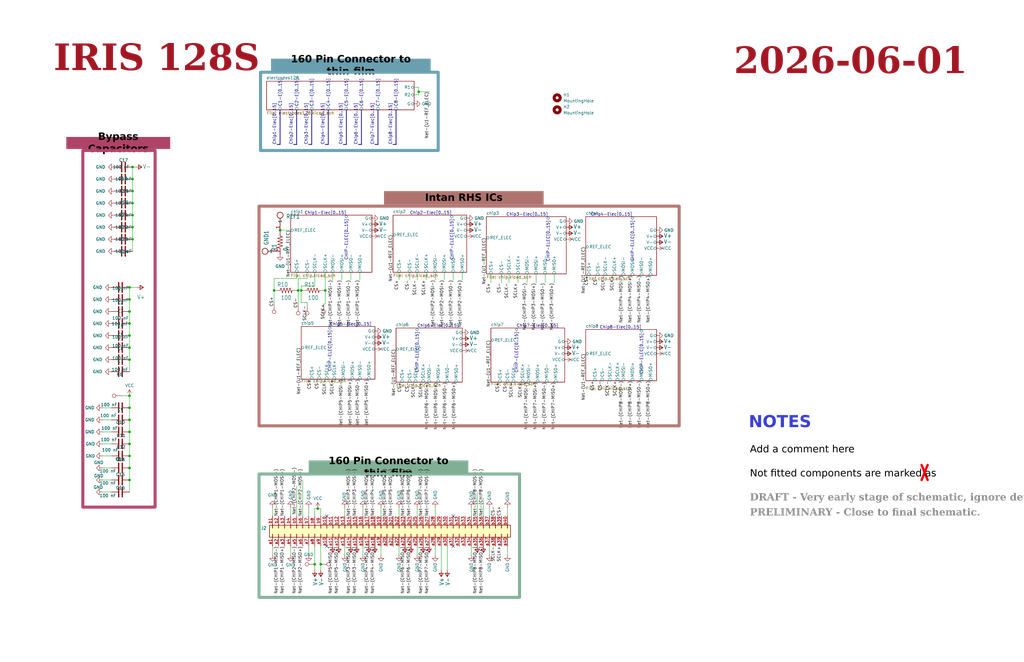
<source format=kicad_sch>
(kicad_sch (version 20250114) (generator "eeschema") (generator_version "9.0")
  (paper "USLedger")
  (rectangle (start 109.22 200.025) (end 219.075 252.095) (stroke (width 1.27) (color 128 175 149 1)))
  (rectangle (start 109.22 86.995) (end 286.385 179.705) (stroke (width 1.27) (color 175 115 111 1)))
  (rectangle (start 34.925 63.5) (end 65.405 213.995) (stroke (width 1.27) (color 175 67 103 1)))
  (rectangle (start 109.855 30.48) (end 184.785 63.5) (stroke (width 1.27) (color 105 159 175 1)))
  (text "IRIS 128S" (at 22.606 34.544 0) (effects (font (size 11 11) (thickness 1) (bold yes)) (justify left bottom)))
  (text "Add a comment here" (at 316.23 192.405 0) (effects (font (size 3 3)) (justify left bottom)))
  (text "${CURRENT_DATE}" (at 407.924 35.814 0) (effects (font (size 11 11) (thickness 1) (bold yes)) (justify right bottom)))
  (text "Not fitted components are marked as" (at 316.23 202.565 0) (effects (font (size 3 3)) (justify left bottom)))
  (text "NOTES" (at 315.722 182.626 0) (effects (font (size 5 5) (bold yes)) (justify left bottom)))
  (text "DRAFT - Very early stage of schematic, ignore details." (at 316.23 212.725 0) (effects (font (size 3 3) (thickness 0.6) (bold yes)) (justify left bottom)))
  (text "PRELIMINARY - Close to final schematic." (at 316.23 219.075 0) (effects (font (size 3 3) (thickness 0.6) (bold yes)) (justify left bottom)))
  (text_box "Intan RHS ICs" (at 161.925 80.645 0) (size 67.31 5.715) (margins 2.2859 2.2859 2.2859 2.2859) (stroke (width -0.0001)) (fill (type color) (color 175 115 111 1)) (effects (font (size 3.048 3.048) (bold yes))))
  (text_box "160 Pin Connector to thin-film\n\n" (at 130.175 194.31 0) (size 67.31 5.715) (margins 2.2859 2.2859 2.2859 2.2859) (stroke (width -0.0001)) (fill (type color) (color 128 175 149 1)) (effects (font (size 3.048 3.048) (bold yes))))
  (text_box "160 Pin Connector to thin-film\n\n" (at 114.3 24.765 0) (size 67.31 5.715) (margins 2.2859 2.2859 2.2859 2.2859) (stroke (width -0.0001)) (fill (type color) (color 105 159 175 1)) (effects (font (size 3.048 3.048) (bold yes))))
  (text_box "Bypass Capacitors\n\n" (at 27.94 57.785 0) (size 43.815 5.08) (margins 2.2859 2.2859 2.2859 2.2859) (stroke (width -0.0001)) (fill (type color) (color 175 67 103 1)) (effects (font (size 3.048 3.048) (bold yes))))
  (junction (at 132.715 238.125))
  (junction (at 55.88 85.725))
  (junction (at 54.61 131.445))
  (junction (at 118.11 97.155))
  (junction (at 54.61 141.605))
  (junction (at 176.53 38.735))
  (junction (at 55.88 95.885))
  (junction (at 127 122.555))
  (junction (at 54.61 136.525))
  (junction (at 54.61 177.165))
  (junction (at 133.985 214.63))
  (junction (at 54.61 182.245))
  (junction (at 115.57 122.555))
  (junction (at 135.255 238.125))
  (junction (at 54.61 192.405))
  (junction (at 137.16 122.555))
  (junction (at 54.61 167.005))
  (junction (at 54.61 172.085))
  (junction (at 55.88 75.565))
  (junction (at 54.61 197.485))
  (junction (at 55.88 70.485))
  (junction (at 54.61 146.685))
  (junction (at 55.88 80.645))
  (junction (at 54.61 202.565))
  (junction (at 54.61 126.365))
  (junction (at 54.61 187.325))
  (junction (at 55.88 100.965))
  (junction (at 125.73 122.555))
  (junction (at 54.61 151.765))
  (junction (at 55.88 90.805))
  (junction (at 54.61 121.285))
  (no_connect (at 191.135 230.505))
  (no_connect (at 191.135 217.805))
  (no_connect (at 137.795 217.805))
  (no_connect (at 137.795 230.505))
  (wire (pts (xy 125.095 114.935) (xy 125.095 117.475)))
  (wire (pts (xy 129.54 127.635) (xy 127 127.635)))
  (wire (pts (xy 176.53 40.005) (xy 174.625 40.005)))
  (wire (pts (xy 206.375 234.315) (xy 206.375 230.505)))
  (bus (pts (xy 123.825 60.96) (xy 125.095 60.96)))
  (wire (pts (xy 127.635 202.565) (xy 127.635 217.805)))
  (wire (pts (xy 122.555 213.995) (xy 122.555 217.805)))
  (wire (pts (xy 168.275 234.315) (xy 168.275 230.505)))
  (wire (pts (xy 55.88 85.725) (xy 55.88 90.805)))
  (wire (pts (xy 43.18 202.565) (xy 46.99 202.565)))
  (wire (pts (xy 54.61 131.445) (xy 54.61 126.365)))
  (wire (pts (xy 118.11 97.155) (xy 122.555 97.155)))
  (wire (pts (xy 183.515 213.995) (xy 183.515 217.805)))
  (wire (pts (xy 145.415 234.315) (xy 145.415 230.505)))
  (wire (pts (xy 183.515 114.935) (xy 183.515 118.11)))
  (wire (pts (xy 43.18 177.165) (xy 46.99 177.165)))
  (bus (pts (xy 146.05 46.355) (xy 146.05 60.96)))
  (wire (pts (xy 54.61 202.565) (xy 54.61 207.645)))
  (wire (pts (xy 186.055 230.505) (xy 186.055 240.665)))
  (wire (pts (xy 226.06 115.57) (xy 226.06 119.38)))
  (wire (pts (xy 57.15 70.485) (xy 55.88 70.485)))
  (wire (pts (xy 55.88 70.485) (xy 55.88 75.565)))
  (wire (pts (xy 125.73 122.555) (xy 125.73 117.475)))
  (wire (pts (xy 172.72 114.935) (xy 172.72 118.11)))
  (wire (pts (xy 188.595 230.505) (xy 188.595 240.665)))
  (wire (pts (xy 130.175 213.995) (xy 130.175 217.805)))
  (wire (pts (xy 132.715 217.805) (xy 132.715 214.63)))
  (wire (pts (xy 132.715 120.65) (xy 132.715 114.935)))
  (wire (pts (xy 135.255 217.805) (xy 135.255 214.63)))
  (wire (pts (xy 168.275 213.995) (xy 168.275 217.805)))
  (wire (pts (xy 54.61 121.285) (xy 57.785 121.285)))
  (wire (pts (xy 168.275 114.935) (xy 168.275 118.11)))
  (polyline (pts (xy 388.62 196.215) (xy 391.16 202.565)) (stroke (width 1) (color 255 0 0 1)))
  (wire (pts (xy 43.18 172.085) (xy 46.99 172.085)))
  (wire (pts (xy 114.935 213.995) (xy 114.935 217.805)))
  (wire (pts (xy 175.895 213.995) (xy 175.895 217.805)))
  (wire (pts (xy 55.88 80.645) (xy 55.88 85.725)))
  (wire (pts (xy 175.895 234.315) (xy 175.895 230.505)))
  (bus (pts (xy 152.4 60.96) (xy 152.4 46.355)))
  (wire (pts (xy 129.54 127.635) (xy 129.54 128.905)))
  (bus (pts (xy 118.11 60.96) (xy 118.11 46.355)))
  (wire (pts (xy 198.755 234.315) (xy 198.755 230.505)))
  (wire (pts (xy 125.73 122.555) (xy 125.73 128.905)))
  (wire (pts (xy 115.57 122.555) (xy 115.57 128.27)))
  (wire (pts (xy 55.88 106.045) (xy 55.88 100.965)))
  (bus (pts (xy 159.385 46.355) (xy 159.385 60.96)))
  (wire (pts (xy 132.715 230.505) (xy 132.715 238.125)))
  (bus (pts (xy 144.78 60.96) (xy 146.05 60.96)))
  (wire (pts (xy 54.61 146.685) (xy 54.61 141.605)))
  (bus (pts (xy 138.43 46.355) (xy 138.43 60.96)))
  (wire (pts (xy 214.63 115.57) (xy 214.63 119.38)))
  (wire (pts (xy 54.61 141.605) (xy 54.61 136.525)))
  (wire (pts (xy 54.61 151.765) (xy 54.61 146.685)))
  (wire (pts (xy 54.61 121.285) (xy 54.61 126.365)))
  (wire (pts (xy 54.61 156.845) (xy 54.61 151.765)))
  (wire (pts (xy 125.095 205.105) (xy 125.095 217.805)))
  (wire (pts (xy 140.335 114.935) (xy 140.335 118.11)))
  (wire (pts (xy 54.61 167.005) (xy 54.61 172.085)))
  (wire (pts (xy 222.25 115.57) (xy 222.25 119.38)))
  (wire (pts (xy 54.61 192.405) (xy 54.61 197.485)))
  (wire (pts (xy 54.61 197.485) (xy 54.61 202.565)))
  (wire (pts (xy 144.145 114.935) (xy 144.145 118.11)))
  (wire (pts (xy 114.935 234.315) (xy 114.935 230.505)))
  (wire (pts (xy 55.88 100.965) (xy 55.88 95.885)))
  (polyline (pts (xy 391.16 196.215) (xy 388.62 202.565)) (stroke (width 1) (color 255 0 0 1)))
  (wire (pts (xy 191.135 114.935) (xy 191.135 118.11)))
  (wire (pts (xy 160.655 213.995) (xy 160.655 217.805)))
  (wire (pts (xy 43.18 197.485) (xy 46.99 197.485)))
  (wire (pts (xy 175.895 114.935) (xy 175.895 118.11)))
  (wire (pts (xy 211.455 115.57) (xy 211.455 119.38)))
  (wire (pts (xy 218.44 115.57) (xy 218.44 119.38)))
  (wire (pts (xy 54.61 172.085) (xy 54.61 177.165)))
  (wire (pts (xy 206.375 213.995) (xy 206.375 217.805)))
  (wire (pts (xy 176.53 38.735) (xy 180.975 38.735)))
  (bus (pts (xy 158.115 60.96) (xy 159.385 60.96)))
  (wire (pts (xy 130.175 234.315) (xy 130.175 230.505)))
  (bus (pts (xy 167.005 60.96) (xy 167.005 46.355)))
  (wire (pts (xy 135.255 230.505) (xy 135.255 238.125)))
  (wire (pts (xy 115.57 117.475) (xy 115.57 122.555)))
  (wire (pts (xy 125.73 117.475) (xy 129.54 117.475)))
  (wire (pts (xy 54.61 136.525) (xy 54.61 131.445)))
  (wire (pts (xy 183.515 234.315) (xy 183.515 230.505)))
  (wire (pts (xy 233.68 115.57) (xy 233.68 119.38)))
  (wire (pts (xy 151.765 114.935) (xy 151.765 118.11)))
  (wire (pts (xy 213.995 234.315) (xy 213.995 230.505)))
  (wire (pts (xy 176.53 38.735) (xy 176.53 40.005)))
  (wire (pts (xy 127 122.555) (xy 127 120.65)))
  (wire (pts (xy 179.705 114.935) (xy 179.705 118.11)))
  (wire (pts (xy 153.035 213.995) (xy 153.035 217.805)))
  (wire (pts (xy 133.985 214.63) (xy 132.715 214.63)))
  (wire (pts (xy 213.995 213.995) (xy 213.995 217.805)))
  (wire (pts (xy 137.16 122.555) (xy 137.16 128.27)))
  (wire (pts (xy 51.435 167.005) (xy 54.61 167.005)))
  (wire (pts (xy 125.095 117.475) (xy 115.57 117.475)))
  (wire (pts (xy 145.415 213.995) (xy 145.415 217.805)))
  (wire (pts (xy 132.715 240.665) (xy 132.715 238.125)))
  (wire (pts (xy 176.53 36.83) (xy 176.53 38.735)))
  (wire (pts (xy 55.88 95.885) (xy 55.88 90.805)))
  (wire (pts (xy 207.01 115.57) (xy 207.01 119.38)))
  (wire (pts (xy 153.035 234.315) (xy 153.035 230.505)))
  (wire (pts (xy 135.255 238.125) (xy 135.255 240.665)))
  (wire (pts (xy 198.755 213.995) (xy 198.755 217.805)))
  (wire (pts (xy 203.835 210.185) (xy 203.835 217.805)))
  (bus (pts (xy 131.445 46.355) (xy 131.445 60.96)))
  (wire (pts (xy 43.18 182.245) (xy 46.99 182.245)))
  (wire (pts (xy 201.295 217.805) (xy 201.295 207.645)))
  (wire (pts (xy 54.61 182.245) (xy 54.61 187.325)))
  (bus (pts (xy 130.175 60.96) (xy 131.445 60.96)))
  (wire (pts (xy 122.555 234.315) (xy 122.555 230.505)))
  (wire (pts (xy 127 120.65) (xy 132.715 120.65)))
  (wire (pts (xy 174.625 36.83) (xy 176.53 36.83)))
  (wire (pts (xy 147.955 114.935) (xy 147.955 118.11)))
  (wire (pts (xy 135.255 214.63) (xy 133.985 214.63)))
  (wire (pts (xy 55.88 75.565) (xy 55.88 80.645)))
  (bus (pts (xy 125.095 60.96) (xy 125.095 46.355)))
  (bus (pts (xy 116.84 60.96) (xy 118.11 60.96)))
  (wire (pts (xy 137.16 114.935) (xy 137.16 122.555)))
  (wire (pts (xy 137.16 128.27) (xy 136.525 128.27)))
  (wire (pts (xy 160.655 234.315) (xy 160.655 230.505)))
  (wire (pts (xy 229.87 115.57) (xy 229.87 119.38)))
  (bus (pts (xy 165.735 60.96) (xy 167.005 60.96)))
  (wire (pts (xy 43.18 192.405) (xy 46.99 192.405)))
  (bus (pts (xy 151.13 60.96) (xy 152.4 60.96)))
  (wire (pts (xy 129.54 117.475) (xy 129.54 114.935)))
  (bus (pts (xy 137.16 60.96) (xy 138.43 60.96)))
  (wire (pts (xy 43.18 207.645) (xy 46.99 207.645)))
  (wire (pts (xy 43.18 187.325) (xy 46.99 187.325)))
  (wire (pts (xy 127 127.635) (xy 127 122.555)))
  (wire (pts (xy 194.945 114.935) (xy 194.945 118.11)))
  (wire (pts (xy 54.61 187.325) (xy 54.61 192.405)))
  (wire (pts (xy 54.61 177.165) (xy 54.61 182.245)))
  (wire (pts (xy 187.325 114.935) (xy 187.325 118.11)))
  (label "Chip7-Elec[0..15]" (at 217.805 138.43 0))
  (label "Net-(CHIP3-MOSI+)" (at 150.495 217.805 90))
  (label "Chip7-Elec[0..15]" (at 158.115 60.96 90))
  (label "SCLK-" (at 129.54 128.905 270))
  (label "Chip2-Elec[0..15]" (at 190.5 90.805 180))
  (label "Net-(CHIP7-MOSI-)" (at 178.435 217.805 90))
  (label "Net-(CHIP8-MISO-)" (at 201.295 230.505 270))
  (label "CS+" (at 207.01 119.38 270))
  (label "SCLK-" (at 208.915 230.505 270))
  (label "Net-(CHIP8-MOSI-)" (at 262.89 160.655 270))
  (label "Net-(CHIP4-MISO+)" (at 274.32 116.205 270))
  (label "Net-(CHIP7-MOSI+)" (at 180.975 217.805 90))
  (label "Net-(CHIP7-MISO+)" (at 180.975 230.505 270))
  (label "CS+" (at 210.82 161.29 270))
  (label "Chip6-Elec[0..15]" (at 151.13 60.96 90))
  (label "Net-(CHIP1-MISO-)" (at 117.475 230.505 270))
  (label "CS+" (at 250.825 160.655 270))
  (label "Net-(CHIP2-MOSI+)" (at 187.325 118.11 270))
  (label "Net-(U1-REF_ELEC)" (at 247.015 149.225 270))
  (label "Net-(U1-REF_ELEC)" (at 247.015 104.14 270))
  (label "CS+" (at 131.445 160.02 270))
  (label "Net-(CHIP5-MISO+)" (at 155.575 160.02 270))
  (label "Net-(CHIP7-MISO-)" (at 178.435 230.505 270))
  (label "Net-(CHIP1-MOSI-)" (at 117.475 217.805 90))
  (label "Net-(CHIP6-MISO+)" (at 173.355 230.505 270))
  (label "Net-(CHIP1-MISO+)" (at 151.765 118.11 270))
  (label "Net-(CHIP1-MISO+)" (at 120.015 230.505 270))
  (label "CS-" (at 254 160.655 270))
  (label "Net-(CHIP7-MOSI+)" (at 226.695 161.29 270))
  (label "Net-(CHIP7-MISO+)" (at 234.315 161.29 270))
  (label "SCLK+" (at 260.35 160.655 270))
  (label "Net-(CHIP3-MISO+)" (at 150.495 230.505 270))
  (label "Net-(U1-REF_ELEC)" (at 207.01 143.51 270))
  (label "Net-(CHIP6-MISO-)" (at 188.595 161.29 270))
  (label "Net-(CHIP4-MISO-)" (at 155.575 230.505 270))
  (label "Chip1-Elec[0..15]" (at 116.84 60.96 90))
  (label "Net-(CHIP4-MISO+)" (at 158.115 230.505 270))
  (label "CS-" (at 125.73 125.73 270))
  (label "Net-(CHIP4-MOSI+)" (at 158.115 217.805 90))
  (label "Net-(CHIP2-MOSI-)" (at 125.095 217.17 90))
  (label "SCLK+" (at 220.345 161.29 270))
  (label "Chip4-Elec[0..15]" (at 266.7 91.44 180))
  (label "Net-(CHIP2-MOSI-)" (at 183.515 118.11 270))
  (label "Net-(CHIP4-MOSI-)" (at 155.575 217.805 90))
  (label "Net-(CHIP8-MISO-)" (at 270.51 160.655 270))
  (label "SCLK+" (at 179.705 118.11 270))
  (label "Net-(CHIP8-MOSI-)" (at 201.295 217.805 90))
  (label "SCLK-" (at 175.895 118.11 270))
  (label "Net-(CHIP3-MOSI-)" (at 147.955 217.805 90))
  (label "Net-(U1-REF_ELEC)" (at 127 146.685 270))
  (label "Chip5-Elec[0..15]" (at 144.78 60.96 90))
  (label "Net-(CHIP2-MISO+)" (at 127.635 230.505 270))
  (label "Net-(CHIP2-MISO-)" (at 125.095 230.505 270))
  (label "CS+" (at 168.275 118.11 270))
  (label "Net-(CHIP6-MOSI+)" (at 184.785 161.29 270))
  (label "Net-(CHIP4-MOSI-)" (at 262.89 116.205 270))
  (label "SCLK-" (at 137.795 160.02 270))
  (label "SCLK+" (at 140.97 160.02 270))
  (label "Chip2-Elec[0..15]" (at 123.825 60.96 90))
  (label "Net-(CHIP6-MOSI-)" (at 180.975 161.29 270))
  (label "Chip5-Elec[0..15]" (at 139.065 137.795 0))
  (label "CS-" (at 213.995 161.29 270))
  (label "CS-" (at 211.455 119.38 270))
  (label "Net-(CHIP1-MOSI-)" (at 140.335 118.11 270))
  (label "Net-(CHIP5-MISO-)" (at 151.765 160.02 270))
  (label "SCLK+" (at 259.08 116.205 270))
  (label "CS-" (at 172.72 118.11 270))
  (label "Net-(CHIP6-MISO+)" (at 192.405 161.29 270))
  (label "Net-(CHIP8-MISO+)" (at 274.32 160.655 270))
  (label "Net-(CHIP5-MOSI+)" (at 148.59 160.02 270))
  (label "Net-(CHIP1-MOSI+)" (at 144.145 118.11 270))
  (label "Net-(CHIP8-MISO+)" (at 203.835 230.505 270))
  (label "Net-(U1-REF_ELEC)" (at 165.735 99.06 270))
  (label "Net-(CHIP3-MISO+)" (at 233.68 119.38 270))
  (label "Net-(CHIP7-MOSI-)" (at 222.885 161.29 270))
  (label "SCLK-" (at 216.535 161.29 270))
  (label "Net-(CHIP5-MISO-)" (at 140.335 230.505 270))
  (label "CS-" (at 252.095 116.205 270))
  (label "Chip3-Elec[0..15]" (at 130.175 60.96 90))
  (label "Chip6-Elec[0..15]" (at 175.895 138.43 0))
  (label "CS+" (at 169.545 161.29 270))
  (label "Chip1-Elec[0..15]" (at 146.05 90.805 180))
  (label "Net-(CHIP2-MISO+)" (at 194.945 118.11 270))
  (label "SCLK-" (at 255.27 116.205 270))
  (label "CS-" (at 134.62 160.02 270))
  (label "Net-(CHIP4-MISO-)" (at 270.51 116.205 270))
  (label "Net-(CHIP5-MISO+)" (at 142.875 230.505 270))
  (label "Net-(CHIP3-MISO-)" (at 229.87 119.38 270))
  (label "SCLK-" (at 175.26 161.29 270))
  (label "CS+" (at 211.455 217.805 90))
  (label "CS-" (at 208.915 217.805 90))
  (label "Net-(CHIP7-MISO-)" (at 230.505 161.29 270))
  (label "CS+" (at 115.57 125.095 270))
  (label "Net-(CHIP2-MOSI+)" (at 127.635 217.805 90))
  (label "SCLK-" (at 257.175 160.655 270))
  (label "Net-(U1-REF_ELEC)" (at 180.975 38.735 270))
  (label "Net-(CHIP4-MOSI+)" (at 266.7 116.205 270))
  (label "Net-(CHIP1-MOSI+)" (at 120.015 217.805 90))
  (label "Chip4-Elec[0..15]" (at 137.16 60.96 90))
  (label "SCLK+" (at 137.16 128.27 270))
  (label "Net-(CHIP5-MOSI-)" (at 144.78 160.02 270))
  (label "Net-(CHIP1-MISO-)" (at 147.955 118.11 270))
  (label "Net-(CHIP2-MISO-)" (at 191.135 118.11 270))
  (label "SCLK+" (at 178.435 161.29 270))
  (label "Net-(CHIP8-MOSI+)" (at 266.7 160.655 270))
  (label "Net-(CHIP3-MOSI-)" (at 222.25 119.38 270))
  (label "Net-(CHIP6-MOSI+)" (at 173.355 217.805 90))
  (label "Net-(CHIP3-MISO-)" (at 147.955 230.505 270))
  (label "Net-(CHIP5-MOSI+)" (at 165.735 217.805 90))
  (label "SCLK-" (at 214.63 119.38 270))
  (label "Net-(U1-REF_ELEC)" (at 167.005 147.32 270))
  (label "SCLK+" (at 218.44 119.38 270))
  (label "Chip8-Elec[0..15]" (at 270.51 139.065 180))
  (label "CS-" (at 172.72 161.29 270))
  (label "Chip8-Elec[0..15]" (at 165.735 60.96 90))
  (label "Net-(CHIP6-MISO-)" (at 170.815 230.505 270))
  (label "Net-(U1-REF_ELEC)" (at 122.555 97.155 270))
  (label "CS+" (at 248.285 116.205 270))
  (label "Net-(U1-REF_ELEC)" (at 205.105 100.33 270))
  (label "SCLK+" (at 211.455 230.505 270))
  (label "Net-(CHIP3-MOSI+)" (at 226.06 119.38 270))
  (label "Chip3-Elec[0..15]" (at 231.14 91.44 180))
  (label "Net-(CHIP5-MOSI-)" (at 163.195 217.805 90))
  (label "Net-(CHIP8-MOSI+)" (at 203.835 217.805 90))
  (label "Net-(CHIP6-MOSI-)" (at 170.815 217.805 90))
  (symbol (lib_id "power:VCC") (at 238.76 100.965 270) (unit 1)
    (property "Reference" "#PWR064" (effects (hide yes)))
    (property "Value" "VCC" (at 243.078 100.965 90))
    (property "Description" "Power symbol creates a global label with name \"VCC\"" (effects (hide yes)))
  )
  (symbol (lib_id "power:GND") (at 46.99 131.445 270) (unit 1)
    (property "Reference" "#PWR011" (effects (hide yes)))
    (property "Value" "GND" (at 43.18 131.4451 90) (effects (justify right)))
    (property "Description" "Power symbol creates a global label with name \"GND\" , ground" (effects (hide yes)))
  )
  (symbol (lib_id "Device:C") (at 50.8 136.525 270) (unit 1)
    (property "Reference" "C4" (at 50.8 137.414 90))
    (property "Value" "100 nF" (at 50.546 136.652 90))
    (property "Footprint" "Capacitor_SMD:C_0201_0603Metric" (effects (hide yes)))
    (property "Description" "Unpolarized capacitor" (effects (hide yes)))
  )
  (symbol (lib_id "power:GND") (at 158.115 139.7 90) (unit 1)
    (property "Reference" "#PWR040" (effects (hide yes)))
    (property "Value" "GND" (at 161.29 139.7 90) (effects (justify right)))
    (property "Description" "Power symbol creates a global label with name \"GND\" , ground" (effects (hide yes)))
  )
  (symbol (lib_id "Connector:TestPoint") (at 51.435 167.005 90) (unit 1)
    (property "Reference" "VIN1" (effects (hide yes)))
    (property "Value" "VCC" (effects (hide yes)))
    (property "Footprint" "TestPoint:TestPoint_Pad_1.0x1.0mm" (effects (hide yes)))
    (property "Description" "test point" (effects (hide yes)))
  )
  (symbol (lib_id "Device:C") (at 52.07 106.045 270) (unit 1)
    (property "Reference" "C24" (at 52.324 106.299 90))
    (property "Value" "100 nF" (at 51.054 70.485 90))
    (property "Footprint" "Capacitor_SMD:C_0201_0603Metric" (effects (hide yes)))
    (property "Description" "Unpolarized capacitor" (effects (hide yes)))
  )
  (symbol (lib_id "Device:C") (at 52.07 100.965 270) (unit 1)
    (property "Reference" "C23" (at 52.07 100.965 90))
    (property "Value" "100 nF" (at 52.07 106.045 90))
    (property "Footprint" "Capacitor_SMD:C_0201_0603Metric" (effects (hide yes)))
    (property "Description" "Unpolarized capacitor" (effects (hide yes)))
  )
  (symbol (lib_id "Connector:TestPoint") (at 125.73 128.905 180) (unit 1)
    (property "Reference" "CS-1" (effects (hide yes)))
    (property "Value" "TestPoint" (effects (hide yes)))
    (property "Footprint" "TestPoint:TestPoint_Pad_1.0x1.0mm" (effects (hide yes)))
    (property "Description" "test point" (effects (hide yes)))
  )
  (symbol (lib_id "Connector:TestPoint") (at 129.54 128.905 180) (unit 1)
    (property "Reference" "CLK-1" (effects (hide yes)))
    (property "Value" "TestPoint" (effects (hide yes)))
    (property "Footprint" "TestPoint:TestPoint_Pad_1.0x1.0mm" (effects (hide yes)))
    (property "Description" "test point" (effects (hide yes)))
  )
  (symbol (lib_id "power:GND") (at 153.035 213.995 180) (unit 1)
    (property "Reference" "#PWR036" (effects (hide yes)))
    (property "Value" "GND" (at 153.035 208.915 90))
    (property "Description" "Power symbol creates a global label with name \"GND\" , ground" (effects (hide yes)))
  )
  (symbol (lib_id "power:GND") (at 48.26 100.965 270) (unit 1)
    (property "Reference" "#PWR023" (effects (hide yes)))
    (property "Value" "GND" (at 44.45 100.9651 90) (effects (justify right)))
    (property "Description" "Power symbol creates a global label with name \"GND\" , ground" (effects (hide yes)))
  )
  (symbol (lib_id "power:GND") (at 183.515 234.315 0) (unit 1)
    (property "Reference" "#PWR050" (effects (hide yes)))
    (property "Value" "GND" (at 183.515 239.395 90))
    (property "Description" "Power symbol creates a global label with name \"GND\" , ground" (effects (hide yes)))
  )
  (symbol (lib_id "stim_headstage_16_PCB-eagle-import:V-") (at 158.115 233.045 0) (unit 1)
    (property "Reference" "#P-010" (effects (hide yes)))
    (property "Value" "CHIP4-MISO+" (effects (hide yes)))
  )
  (symbol (lib_id "power:GND") (at 118.11 107.315 0) (unit 1)
    (property "Reference" "#PWR028" (effects (hide yes)))
    (property "Value" "GND" (at 118.11 112.395 0))
    (property "Description" "Power symbol creates a global label with name \"GND\" , ground" (effects (hide yes)))
  )
  (symbol (lib_id "power:GND") (at 46.99 136.525 270) (unit 1)
    (property "Reference" "#PWR012" (effects (hide yes)))
    (property "Value" "GND" (at 43.18 136.5251 90) (effects (justify right)))
    (property "Description" "Power symbol creates a global label with name \"GND\" , ground" (effects (hide yes)))
  )
  (symbol (lib_id "power:GND") (at 122.555 234.315 0) (unit 1)
    (property "Reference" "#PWR030" (effects (hide yes)))
    (property "Value" "GND" (at 122.555 238.379 0))
    (property "Description" "Power symbol creates a global label with name \"GND\" , ground" (effects (hide yes)))
  )
  (symbol (lib_id "stim_headstage_16_PCB-eagle-import:V-") (at 197.485 142.875 90) (unit 1)
    (property "Reference" "#P-021" (effects (hide yes)))
    (property "Value" "V+" (at 197.993 143.637 90) (effects (font (size 1.778 1.5113)) (justify right top)))
  )
  (symbol (lib_id "stim_headstage_16_PCB-eagle-import:V-") (at 180.975 233.045 0) (unit 1)
    (property "Reference" "#P-018" (effects (hide yes)))
    (property "Value" "CHIP7-MISO+" (effects (hide yes)))
  )
  (symbol (lib_id "Connector:TestPoint") (at 136.525 128.27 180) (unit 1)
    (property "Reference" "CLK+1" (effects (hide yes)))
    (property "Value" "TestPoint" (effects (hide yes)))
    (property "Footprint" "TestPoint:TestPoint_Pad_1.0x1.0mm" (effects (hide yes)))
    (property "Description" "test point" (effects (hide yes)))
  )
  (symbol (lib_id "power:GND") (at 198.755 234.315 0) (unit 1)
    (property "Reference" "#PWR056" (effects (hide yes)))
    (property "Value" "GND" (at 198.755 239.395 90))
    (property "Description" "Power symbol creates a global label with name \"GND\" , ground" (effects (hide yes)))
  )
  (symbol (lib_id "symbol-lib:molex_nanopitch") (at 163.195 225.425 90) (unit 1)
    (property "Reference" "J2" (at 112.395 222.8849 90) (effects (justify left)))
    (property "Value" "Conn_02x40_Row_Letter_First" (effects (hide yes)))
    (property "Footprint" "Molex_NanoPitch:molex" (effects (hide yes)))
    (property "Description" "Generic connector, double row, 02x40, row letter first pin numbering scheme (pin number consists of a letter for the row and a number for the pin index in this row. a1, ..., aN; b1, ..., bN), script generated (kicad-library-utils/schlib/autogen/connector/)" (effects (hide yes)))
  )
  (symbol (lib_id "Device:C") (at 50.8 141.605 270) (unit 1)
    (property "Reference" "C5" (at 50.8 141.224 90))
    (property "Value" "100 nF" (at 50.8 145.923 90))
    (property "Footprint" "Capacitor_SMD:C_0201_0603Metric" (effects (hide yes)))
    (property "Description" "Unpolarized capacitor" (effects (hide yes)))
  )
  (symbol (lib_id "stim_headstage_16_PCB-eagle-import:V-") (at 60.325 121.285 90) (unit 1)
    (property "Reference" "#P-02" (effects (hide yes)))
    (property "Value" "V+" (at 57.785 126.365 90) (effects (font (size 1.778 1.5113)) (justify right top)))
  )
  (symbol (lib_id "Mechanical:MountingHole") (at 234.95 46.355 0) (unit 1) (exclude_from_sim yes) (in_bom no)
    (property "Reference" "H2" (at 237.49 45.0849 0) (effects (justify left)))
    (property "Value" "MountingHole" (at 237.49 47.6249 0) (effects (justify left)))
    (property "Footprint" "MountingHole:MountingHole_2.2mm_M2_DIN965_Pad" (effects (hide yes)))
    (property "Description" "Mounting Hole without connection" (effects (hide yes)))
  )
  (symbol (lib_id "power:VCC") (at 54.61 167.005 0) (unit 1)
    (property "Reference" "#PWR025" (effects (hide yes)))
    (property "Value" "VCC" (at 54.61 162.687 0))
    (property "Description" "Power symbol creates a global label with name \"VCC\"" (effects (hide yes)))
  )
  (symbol (lib_id "Device:C") (at 52.07 85.725 270) (unit 1)
    (property "Reference" "C20" (at 52.324 85.471 90))
    (property "Value" "100 nF" (at 52.07 90.805 90))
    (property "Footprint" "Capacitor_SMD:C_0201_0603Metric" (effects (hide yes)))
    (property "Description" "Unpolarized capacitor" (effects (hide yes)))
  )
  (symbol (lib_id "power:GND") (at 175.895 213.995 180) (unit 1)
    (property "Reference" "#PWR047" (effects (hide yes)))
    (property "Value" "GND" (at 175.895 208.915 90))
    (property "Description" "Power symbol creates a global label with name \"GND\" , ground" (effects (hide yes)))
  )
  (symbol (lib_id "stim_headstage_16_PCB-eagle-import:V-") (at 159.385 97.155 90) (unit 1)
    (property "Reference" "#P-012" (effects (hide yes)))
    (property "Value" "V-" (at 159.893 97.917 90) (effects (font (size 1.778 1.5113)) (justify right top)))
  )
  (symbol (lib_id "stim_headstage_16_PCB-eagle-import:V-") (at 279.4 102.235 90) (unit 1)
    (property "Reference" "#P-032" (effects (hide yes)))
    (property "Value" "V-" (at 279.908 102.997 90) (effects (font (size 1.778 1.5113)) (justify right top)))
  )
  (symbol (lib_id "Device:C") (at 50.8 187.325 270) (unit 1)
    (property "Reference" "C12" (at 51.054 188.595 90))
    (property "Value" "100 nF" (at 45.974 185.547 90))
    (property "Footprint" "Capacitor_SMD:C_0201_0603Metric" (effects (hide yes)))
    (property "Description" "Unpolarized capacitor" (effects (hide yes)))
  )
  (symbol (lib_id "power:GND") (at 46.99 151.765 270) (unit 1)
    (property "Reference" "#PWR015" (effects (hide yes)))
    (property "Value" "GND" (at 43.18 151.7651 90) (effects (justify right)))
    (property "Description" "Power symbol creates a global label with name \"GND\" , ground" (effects (hide yes)))
  )
  (symbol (lib_id "stim_headstage_16_PCB-eagle-import:V-") (at 279.4 99.695 90) (unit 1)
    (property "Reference" "#P-031" (effects (hide yes)))
    (property "Value" "V+" (at 279.908 100.457 90) (effects (font (size 1.778 1.5113)) (justify right top)))
  )
  (symbol (lib_id "power:GND") (at 48.26 85.725 270) (unit 1)
    (property "Reference" "#PWR020" (effects (hide yes)))
    (property "Value" "GND" (at 44.45 85.7251 90) (effects (justify right)))
    (property "Description" "Power symbol creates a global label with name \"GND\" , ground" (effects (hide yes)))
  )
  (symbol (lib_id "power:GND") (at 160.655 234.315 0) (unit 1)
    (property "Reference" "#PWR043" (effects (hide yes)))
    (property "Value" "GND" (at 160.655 239.395 90))
    (property "Description" "Power symbol creates a global label with name \"GND\" , ground" (effects (hide yes)))
  )
  (symbol (lib_id "stim_headstage_16_PCB-eagle-import:V-") (at 279.4 144.145 90) (unit 1)
    (property "Reference" "#P-033" (effects (hide yes)))
    (property "Value" "V+" (at 279.908 144.907 90) (effects (font (size 1.778 1.5113)) (justify right top)))
  )
  (symbol (lib_id "power:GND") (at 48.26 95.885 270) (unit 1)
    (property "Reference" "#PWR022" (effects (hide yes)))
    (property "Value" "GND" (at 44.45 95.8851 90) (effects (justify right)))
    (property "Description" "Power symbol creates a global label with name \"GND\" , ground" (effects (hide yes)))
  )
  (symbol (lib_id "stim_headstage_16_PCB-eagle-import:V-") (at 173.355 233.045 0) (unit 1)
    (property "Reference" "#P-016" (effects (hide yes)))
    (property "Value" "CHIP6-MISO+" (effects (hide yes)))
  )
  (symbol (lib_id "power:GND") (at 238.125 144.145 90) (unit 1)
    (property "Reference" "#PWR061" (effects (hide yes)))
    (property "Value" "GND" (at 241.3 144.145 90) (effects (justify right)))
    (property "Description" "Power symbol creates a global label with name \"GND\" , ground" (effects (hide yes)))
  )
  (symbol (lib_id "stim_headstage_16_PCB-eagle-import:TESTPOINT_SMALL") (at 118.11 89.535 0) (unit 1)
    (property "Reference" "REF1" (at 120.65 92.329 0) (effects (font (size 1.778 1.5113)) (justify left bottom)))
    (property "Value" "TESTPOINT_SMALL" (effects (hide yes)))
    (property "Footprint" "TestPoint:TestPoint_THTPad_D1.0mm_Drill0.5mm" (effects (hide yes)))
  )
  (symbol (lib_id "Device:C") (at 50.8 172.085 270) (unit 1)
    (property "Reference" "C9" (at 50.8 172.847 90))
    (property "Value" "100 nF" (at 45.974 170.815 90))
    (property "Footprint" "Capacitor_SMD:C_0201_0603Metric" (effects (hide yes)))
    (property "Description" "Unpolarized capacitor" (effects (hide yes)))
  )
  (symbol (lib_id "stim_headstage_16_PCB-eagle-import:V-") (at 241.3 98.425 90) (unit 1)
    (property "Reference" "#P-030" (effects (hide yes)))
    (property "Value" "V-" (at 241.808 99.187 90) (effects (font (size 1.778 1.5113)) (justify right top)))
  )
  (symbol (lib_id "power:GND") (at 46.99 156.845 270) (unit 1)
    (property "Reference" "#PWR016" (effects (hide yes)))
    (property "Value" "GND" (at 43.18 156.8451 90) (effects (justify right)))
    (property "Description" "Power symbol creates a global label with name \"GND\" , ground" (effects (hide yes)))
  )
  (symbol (lib_id "stim_headstage_16_PCB-eagle-import:V-") (at 140.335 233.045 0) (unit 1)
    (property "Reference" "#P-05" (effects (hide yes)))
    (property "Value" "CHIP5-MISO-" (effects (hide yes)))
  )
  (symbol (lib_id "power:GND") (at 206.375 234.315 0) (unit 1)
    (property "Reference" "#PWR058" (effects (hide yes)))
    (property "Value" "GND" (at 206.375 239.395 90))
    (property "Description" "Power symbol creates a global label with name \"GND\" , ground" (effects (hide yes)))
  )
  (symbol (lib_id "Device:C") (at 50.8 177.165 270) (unit 1)
    (property "Reference" "C10" (at 50.8 178.181 90))
    (property "Value" "100 nF" (at 45.72 175.387 90))
    (property "Footprint" "Capacitor_SMD:C_0201_0603Metric" (effects (hide yes)))
    (property "Description" "Unpolarized capacitor" (effects (hide yes)))
  )
  (symbol (lib_id "power:GND") (at 238.76 93.345 90) (unit 1)
    (property "Reference" "#PWR063" (effects (hide yes)))
    (property "Value" "GND" (at 241.935 93.345 90) (effects (justify right)))
    (property "Description" "Power symbol creates a global label with name \"GND\" , ground" (effects (hide yes)))
  )
  (symbol (lib_id "power:GND") (at 48.26 75.565 270) (unit 1)
    (property "Reference" "#PWR018" (effects (hide yes)))
    (property "Value" "GND" (at 44.45 75.5651 90) (effects (justify right)))
    (property "Description" "Power symbol creates a global label with name \"GND\" , ground" (effects (hide yes)))
  )
  (symbol (lib_id "Device:C") (at 50.8 202.565 270) (mirror x) (unit 1)
    (property "Reference" "C15" (at 50.8 200.279 90))
    (property "Value" "100 nF" (at 45.466 203.835 90))
    (property "Footprint" "Capacitor_SMD:C_0201_0603Metric" (effects (hide yes)))
    (property "Description" "Unpolarized capacitor" (effects (hide yes)))
  )
  (symbol (lib_id "stim_headstage_16_PCB-eagle-import:TESTPOINT_SMALL") (at 110.49 106.045 90) (unit 1)
    (property "Reference" "GND1" (at 113.284 103.505 0) (effects (font (size 1.778 1.5113)) (justify left bottom)))
    (property "Value" "TESTPOINT_SMALL" (effects (hide yes)))
    (property "Footprint" "TestPoint:TestPoint_THTPad_D1.0mm_Drill0.5mm" (effects (hide yes)))
  )
  (symbol (lib_id "power:GND") (at 122.555 213.995 180) (unit 1)
    (property "Reference" "#PWR029" (effects (hide yes)))
    (property "Value" "GND" (at 122.555 208.915 90))
    (property "Description" "Power symbol creates a global label with name \"GND\" , ground" (effects (hide yes)))
  )
  (symbol (lib_id "stim_headstage_16_PCB-eagle-import:V-") (at 155.575 233.045 0) (unit 1)
    (property "Reference" "#P-09" (effects (hide yes)))
    (property "Value" "CHIP4-MISO-" (effects (hide yes)))
  )
  (symbol (lib_id "stim_headstage_16_PCB-eagle-import:V-") (at 142.875 233.045 0) (unit 1)
    (property "Reference" "#P-06" (effects (hide yes)))
    (property "Value" "CHIP5-MISO+" (effects (hide yes)))
  )
  (symbol (lib_id "power:GND") (at 43.18 182.245 270) (unit 1)
    (property "Reference" "#PWR03" (effects (hide yes)))
    (property "Value" "GND" (at 37.846 182.245 90))
    (property "Description" "Power symbol creates a global label with name \"GND\" , ground" (effects (hide yes)))
  )
  (symbol (lib_id "Device:C") (at 52.07 75.565 270) (unit 1)
    (property "Reference" "C18" (at 51.816 75.311 90))
    (property "Value" "100 nF" (at 52.07 80.645 90))
    (property "Footprint" "Capacitor_SMD:C_0201_0603Metric" (effects (hide yes)))
    (property "Description" "Unpolarized capacitor" (effects (hide yes)))
  )
  (symbol (lib_id "power:GND") (at 213.995 213.995 180) (unit 1)
    (property "Reference" "#PWR059" (effects (hide yes)))
    (property "Value" "GND" (at 213.995 209.423 90))
    (property "Description" "Power symbol creates a global label with name \"GND\" , ground" (effects (hide yes)))
  )
  (symbol (lib_id "power:GND") (at 153.035 234.315 0) (unit 1)
    (property "Reference" "#PWR037" (effects (hide yes)))
    (property "Value" "GND" (at 153.035 239.395 90))
    (property "Description" "Power symbol creates a global label with name \"GND\" , ground" (effects (hide yes)))
  )
  (symbol (lib_id "stim_headstage_16_PCB-eagle-import:R_0402") (at 118.11 102.235 90) (unit 1)
    (property "Reference" "R1" (at 116.6114 106.045 0) (effects (font (size 1.778 1.5113)) (justify left bottom)))
    (property "Value" "0" (at 121.412 106.045 0) (effects (font (size 1.778 1.5113)) (justify left bottom)))
    (property "Footprint" "fp-lib:R_0201_0603Metric" (effects (hide yes)))
  )
  (symbol (lib_id "power:VCC") (at 158.115 147.32 270) (unit 1)
    (property "Reference" "#PWR041" (effects (hide yes)))
    (property "Value" "VCC" (at 162.433 147.32 90))
    (property "Description" "Power symbol creates a global label with name \"VCC\"" (effects (hide yes)))
  )
  (symbol (lib_id "stim_headstage_16_PCB-eagle-import:V-") (at 197.485 145.415 90) (unit 1)
    (property "Reference" "#P-022" (effects (hide yes)))
    (property "Value" "V-" (at 197.993 146.177 90) (effects (font (size 1.778 1.5113)) (justify right top)))
  )
  (symbol (lib_id "Device:C") (at 50.8 126.365 270) (unit 1)
    (property "Reference" "C2" (at 50.8 127.762 90))
    (property "Value" "100 nF" (at 50.8 126.619 90))
    (property "Footprint" "Capacitor_SMD:C_0201_0603Metric" (effects (hide yes)))
    (property "Description" "Unpolarized capacitor" (effects (hide yes)))
  )
  (symbol (lib_id "power:GND") (at 43.18 177.165 270) (unit 1)
    (property "Reference" "#PWR02" (effects (hide yes)))
    (property "Value" "GND" (at 37.846 177.165 90))
    (property "Description" "Power symbol creates a global label with name \"GND\" , ground" (effects (hide yes)))
  )
  (symbol (lib_id "power:GND") (at 43.18 197.485 270) (mirror x) (unit 1)
    (property "Reference" "#PWR06" (effects (hide yes)))
    (property "Value" "GND" (at 41.656 195.199 90))
    (property "Description" "Power symbol creates a global label with name \"GND\" , ground" (effects (hide yes)))
  )
  (symbol (lib_id "power:GND") (at 198.755 213.995 180) (unit 1)
    (property "Reference" "#PWR055" (effects (hide yes)))
    (property "Value" "GND" (at 198.755 209.169 90))
    (property "Description" "Power symbol creates a global label with name \"GND\" , ground" (effects (hide yes)))
  )
  (symbol (lib_id "power:VCC") (at 276.86 149.225 270) (unit 1)
    (property "Reference" "#PWR068" (effects (hide yes)))
    (property "Value" "VCC" (at 281.178 149.225 90))
    (property "Description" "Power symbol creates a global label with name \"VCC\"" (effects (hide yes)))
  )
  (symbol (lib_id "Device:C") (at 50.8 197.485 270) (mirror x) (unit 1)
    (property "Reference" "C14" (at 50.546 193.675 90))
    (property "Value" "100 nF" (at 45.466 198.755 90))
    (property "Footprint" "Capacitor_SMD:C_0201_0603Metric" (effects (hide yes)))
    (property "Description" "Unpolarized capacitor" (effects (hide yes)))
  )
  (symbol (lib_id "stim_headstage_16_PCB-eagle-import:V-") (at 59.69 70.485 90) (unit 1)
    (property "Reference" "#P-01" (effects (hide yes)))
    (property "Value" "V-" (at 60.198 71.247 90) (effects (font (size 1.778 1.5113)) (justify right top)))
  )
  (symbol (lib_id "stim_headstage_16_PCB-eagle-import:V-") (at 132.715 243.205 0) (unit 1)
    (property "Reference" "#P-03" (effects (hide yes)))
    (property "Value" "V+" (at 131.953 243.713 90) (effects (font (size 1.778 1.5113)) (justify right top)))
  )
  (symbol (lib_id "power:GND") (at 213.995 234.315 0) (unit 1)
    (property "Reference" "#PWR060" (effects (hide yes)))
    (property "Value" "GND" (at 213.995 239.395 90))
    (property "Description" "Power symbol creates a global label with name \"GND\" , ground" (effects (hide yes)))
  )
  (symbol (lib_id "Connector:TestPoint") (at 115.57 128.27 180) (unit 1)
    (property "Reference" "CS+1" (effects (hide yes)))
    (property "Value" "TestPoint" (effects (hide yes)))
    (property "Footprint" "TestPoint:TestPoint_Pad_1.0x1.0mm" (effects (hide yes)))
    (property "Description" "test point" (effects (hide yes)))
  )
  (symbol (lib_id "power:GND") (at 48.26 106.045 270) (unit 1)
    (property "Reference" "#PWR024" (effects (hide yes)))
    (property "Value" "GND" (at 44.45 106.0451 90) (effects (justify right)))
    (property "Description" "Power symbol creates a global label with name \"GND\" , ground" (effects (hide yes)))
  )
  (symbol (lib_id "stim_headstage_16_PCB-eagle-import:V-") (at 160.655 144.78 90) (unit 1)
    (property "Reference" "#P-014" (effects (hide yes)))
    (property "Value" "V-" (at 161.163 145.542 90) (effects (font (size 1.778 1.5113)) (justify right top)))
  )
  (symbol (lib_id "power:GND") (at 130.175 234.315 0) (unit 1)
    (property "Reference" "#PWR032" (effects (hide yes)))
    (property "Value" "GND" (at 130.175 234.061 0))
    (property "Description" "Power symbol creates a global label with name \"GND\" , ground" (effects (hide yes)))
  )
  (symbol (lib_id "stim_headstage_16_PCB-eagle-import:V-") (at 160.655 142.24 90) (unit 1)
    (property "Reference" "#P-013" (effects (hide yes)))
    (property "Value" "V+" (at 161.163 143.002 90) (effects (font (size 1.778 1.5113)) (justify right top)))
  )
  (symbol (lib_id "power:GND") (at 194.945 140.335 90) (unit 1)
    (property "Reference" "#PWR051" (effects (hide yes)))
    (property "Value" "GND" (at 198.12 140.335 90) (effects (justify right)))
    (property "Description" "Power symbol creates a global label with name \"GND\" , ground" (effects (hide yes)))
  )
  (symbol (lib_id "Connector:TestPoint") (at 132.715 238.125 90) (unit 1)
    (property "Reference" "V+1" (effects (hide yes)))
    (property "Value" "TestPoint" (effects (hide yes)))
    (property "Footprint" "TestPoint:TestPoint_Pad_1.0x1.0mm" (effects (hide yes)))
    (property "Description" "test point" (effects (hide yes)))
  )
  (symbol (lib_id "stim_headstage_16_PCB-eagle-import:V-") (at 201.295 233.045 0) (unit 1)
    (property "Reference" "#P-025" (effects (hide yes)))
    (property "Value" "CHIP8-MISO-" (effects (hide yes)))
  )
  (symbol (lib_id "Device:C") (at 52.07 95.885 270) (unit 1)
    (property "Reference" "C22" (at 52.07 95.885 90))
    (property "Value" "100 nF" (at 52.07 100.965 90))
    (property "Footprint" "Capacitor_SMD:C_0201_0603Metric" (effects (hide yes)))
    (property "Description" "Unpolarized capacitor" (effects (hide yes)))
  )
  (symbol (lib_id "power:GND") (at 43.18 192.405 270) (unit 1)
    (property "Reference" "#PWR05" (effects (hide yes)))
    (property "Value" "GND" (at 38.1 192.405 90))
    (property "Description" "Power symbol creates a global label with name \"GND\" , ground" (effects (hide yes)))
  )
  (symbol (lib_id "power:GND") (at 145.415 234.315 0) (unit 1)
    (property "Reference" "#PWR035" (effects (hide yes)))
    (property "Value" "GND" (at 145.415 239.395 90))
    (property "Description" "Power symbol creates a global label with name \"GND\" , ground" (effects (hide yes)))
  )
  (symbol (lib_id "stim_headstage_16_PCB-eagle-import:V-") (at 159.385 94.615 90) (unit 1)
    (property "Reference" "#P-011" (effects (hide yes)))
    (property "Value" "V+" (at 159.893 95.377 90) (effects (font (size 1.778 1.5113)) (justify right top)))
  )
  (symbol (lib_id "Device:C") (at 50.8 182.245 270) (unit 1)
    (property "Reference" "C11" (at 51.054 183.769 90))
    (property "Value" "100 nF" (at 46.228 180.721 90))
    (property "Footprint" "Capacitor_SMD:C_0201_0603Metric" (effects (hide yes)))
    (property "Description" "Unpolarized capacitor" (effects (hide yes)))
  )
  (symbol (lib_id "power:GND") (at 156.845 92.075 90) (unit 1)
    (property "Reference" "#PWR038" (effects (hide yes)))
    (property "Value" "GND" (at 160.02 92.075 90) (effects (justify right)))
    (property "Description" "Power symbol creates a global label with name \"GND\" , ground" (effects (hide yes)))
  )
  (symbol (lib_id "power:VCC") (at 238.125 151.765 270) (unit 1)
    (property "Reference" "#PWR062" (effects (hide yes)))
    (property "Value" "VCC" (at 242.443 151.765 90))
    (property "Description" "Power symbol creates a global label with name \"VCC\"" (effects (hide yes)))
  )
  (symbol (lib_id "stim_headstage_16_PCB-eagle-import:V-") (at 279.4 146.685 90) (unit 1)
    (property "Reference" "#P-034" (effects (hide yes)))
    (property "Value" "V-" (at 279.908 147.447 90) (effects (font (size 1.778 1.5113)) (justify right top)))
  )
  (symbol (lib_id "power:GND") (at 43.18 187.325 270) (unit 1)
    (property "Reference" "#PWR04" (effects (hide yes)))
    (property "Value" "GND" (at 38.1 187.325 90))
    (property "Description" "Power symbol creates a global label with name \"GND\" , ground" (effects (hide yes)))
  )
  (symbol (lib_id "power:GND") (at 43.18 202.565 270) (mirror x) (unit 1)
    (property "Reference" "#PWR07" (effects (hide yes)))
    (property "Value" "GND" (at 41.656 200.787 90))
    (property "Description" "Power symbol creates a global label with name \"GND\" , ground" (effects (hide yes)))
  )
  (symbol (lib_id "Device:C") (at 50.8 121.285 270) (unit 1)
    (property "Reference" "C1" (at 50.8 121.92 90))
    (property "Value" "100 nF" (at 50.8 121.539 90))
    (property "Footprint" "Capacitor_SMD:C_0201_0603Metric" (effects (hide yes)))
    (property "Description" "Unpolarized capacitor" (effects (hide yes)))
  )
  (symbol (lib_id "power:GND") (at 276.86 141.605 90) (unit 1)
    (property "Reference" "#PWR067" (effects (hide yes)))
    (property "Value" "GND" (at 280.035 141.605 90) (effects (justify right)))
    (property "Description" "Power symbol creates a global label with name \"GND\" , ground" (effects (hide yes)))
  )
  (symbol (lib_id "Device:C") (at 50.8 151.765 270) (unit 1)
    (property "Reference" "C7" (at 50.8 152.4 90))
    (property "Value" "100 nF" (at 50.8 151.13 90))
    (property "Footprint" "Capacitor_SMD:C_0201_0603Metric" (effects (hide yes)))
    (property "Description" "Unpolarized capacitor" (effects (hide yes)))
  )
  (symbol (lib_id "power:GND") (at 46.99 121.285 270) (unit 1)
    (property "Reference" "#PWR09" (effects (hide yes)))
    (property "Value" "GND" (at 43.18 121.2851 90) (effects (justify right)))
    (property "Description" "Power symbol creates a global label with name \"GND\" , ground" (effects (hide yes)))
  )
  (symbol (lib_id "Device:C") (at 50.8 192.405 270) (unit 1)
    (property "Reference" "C13" (at 50.8 193.929 90))
    (property "Value" "100 nF" (at 46.482 189.865 90))
    (property "Footprint" "Capacitor_SMD:C_0201_0603Metric" (effects (hide yes)))
    (property "Description" "Unpolarized capacitor" (effects (hide yes)))
  )
  (symbol (lib_id "power:GND") (at 48.26 80.645 270) (unit 1)
    (property "Reference" "#PWR019" (effects (hide yes)))
    (property "Value" "GND" (at 44.45 80.6451 90) (effects (justify right)))
    (property "Description" "Power symbol creates a global label with name \"GND\" , ground" (effects (hide yes)))
  )
  (symbol (lib_id "power:VCC") (at 276.86 104.775 270) (unit 1)
    (property "Reference" "#PWR066" (effects (hide yes)))
    (property "Value" "VCC" (at 281.178 104.775 90))
    (property "Description" "Power symbol creates a global label with name \"VCC\"" (effects (hide yes)))
  )
  (symbol (lib_id "power:GND") (at 46.99 126.365 270) (unit 1)
    (property "Reference" "#PWR010" (effects (hide yes)))
    (property "Value" "GND" (at 43.18 126.3651 90) (effects (justify right)))
    (property "Description" "Power symbol creates a global label with name \"GND\" , ground" (effects (hide yes)))
  )
  (symbol (lib_id "power:GND") (at 183.515 213.995 180) (unit 1)
    (property "Reference" "#PWR049" (effects (hide yes)))
    (property "Value" "GND" (at 183.515 208.915 90))
    (property "Description" "Power symbol creates a global label with name \"GND\" , ground" (effects (hide yes)))
  )
  (symbol (lib_id "power:GND") (at 168.275 213.995 180) (unit 1)
    (property "Reference" "#PWR044" (effects (hide yes)))
    (property "Value" "GND" (at 168.275 208.915 90))
    (property "Description" "Power symbol creates a global label with name \"GND\" , ground" (effects (hide yes)))
  )
  (symbol (lib_id "stim_headstage_16_PCB-eagle-import:V-") (at 135.255 243.205 0) (unit 1)
    (property "Reference" "#P-04" (effects (hide yes)))
    (property "Value" "V-" (at 134.493 243.713 90) (effects (font (size 1.778 1.5113)) (justify right top)))
  )
  (symbol (lib_id "stim_headstage_16_PCB-eagle-import:V-") (at 188.595 243.205 0) (unit 1)
    (property "Reference" "#P-020" (effects (hide yes)))
    (property "Value" "V-" (at 187.833 243.713 90) (effects (font (size 1.778 1.5113)) (justify right top)))
  )
  (symbol (lib_id "Device:C") (at 52.07 90.805 270) (unit 1)
    (property "Reference" "C21" (at 52.07 90.551 90))
    (property "Value" "100 nF" (at 52.07 95.885 90))
    (property "Footprint" "Capacitor_SMD:C_0201_0603Metric" (effects (hide yes)))
    (property "Description" "Unpolarized capacitor" (effects (hide yes)))
  )
  (symbol (lib_id "power:GND") (at 43.18 207.645 270) (mirror x) (unit 1)
    (property "Reference" "#PWR08" (effects (hide yes)))
    (property "Value" "GND" (at 41.402 205.613 90))
    (property "Description" "Power symbol creates a global label with name \"GND\" , ground" (effects (hide yes)))
  )
  (symbol (lib_id "power:GND") (at 114.935 213.995 180) (unit 1)
    (property "Reference" "#PWR026" (effects (hide yes)))
    (property "Value" "GND" (at 114.935 208.915 0))
    (property "Description" "Power symbol creates a global label with name \"GND\" , ground" (effects (hide yes)))
  )
  (symbol (lib_id "power:GND") (at 168.275 234.315 0) (unit 1)
    (property "Reference" "#PWR045" (effects (hide yes)))
    (property "Value" "GND" (at 168.275 239.395 90))
    (property "Description" "Power symbol creates a global label with name \"GND\" , ground" (effects (hide yes)))
  )
  (symbol (lib_id "stim_headstage_16_PCB-eagle-import:V-") (at 241.3 95.885 90) (unit 1)
    (property "Reference" "#P-029" (effects (hide yes)))
    (property "Value" "V+" (at 241.808 96.647 90) (effects (font (size 1.778 1.5113)) (justify right top)))
  )
  (symbol (lib_id "power:GND") (at 196.85 92.075 90) (unit 1)
    (property "Reference" "#PWR053" (effects (hide yes)))
    (property "Value" "GND" (at 200.025 92.075 90) (effects (justify right)))
    (property "Description" "Power symbol creates a global label with name \"GND\" , ground" (effects (hide yes)))
  )
  (symbol (lib_id "power:GND") (at 276.86 97.155 90) (unit 1)
    (property "Reference" "#PWR065" (effects (hide yes)))
    (property "Value" "GND" (at 280.035 97.155 90) (effects (justify right)))
    (property "Description" "Power symbol creates a global label with name \"GND\" , ground" (effects (hide yes)))
  )
  (symbol (lib_id "stim_headstage_16_PCB-eagle-import:R_0402") (at 120.65 122.555 0) (unit 1)
    (property "Reference" "R10" (at 116.84 121.0564 0) (effects (font (size 1.778 1.5113)) (justify left bottom)))
    (property "Value" "100" (at 118.364 126.619 0) (effects (font (size 1.778 1.5113)) (justify left bottom)))
    (property "Footprint" "Resistor_SMD:R_0201_0603Metric" (effects (hide yes)))
  )
  (symbol (lib_id "Mechanical:MountingHole") (at 234.95 41.275 0) (unit 1) (exclude_from_sim yes) (in_bom no)
    (property "Reference" "H1" (at 237.49 40.0049 0) (effects (justify left)))
    (property "Value" "MountingHole" (at 237.49 42.5449 0) (effects (justify left)))
    (property "Footprint" "MountingHole:MountingHole_2.2mm_M2_DIN965_Pad" (effects (hide yes)))
    (property "Description" "Mounting Hole without connection" (effects (hide yes)))
  )
  (symbol (lib_id "Device:C") (at 50.8 131.445 270) (unit 1)
    (property "Reference" "C3" (at 50.8 131.318 90))
    (property "Value" "100 nF" (at 50.8 134.239 90))
    (property "Footprint" "Capacitor_SMD:C_0201_0603Metric" (effects (hide yes)))
    (property "Description" "Unpolarized capacitor" (effects (hide yes)))
  )
  (symbol (lib_id "Device:C") (at 52.07 70.485 270) (unit 1)
    (property "Reference" "C17" (at 52.07 67.564 90))
    (property "Value" "100 nF" (at 52.07 75.565 90))
    (property "Footprint" "Capacitor_SMD:C_0201_0603Metric" (effects (hide yes)))
    (property "Description" "Unpolarized capacitor" (effects (hide yes)))
  )
  (symbol (lib_id "stim_headstage_16_PCB-eagle-import:V-") (at 199.39 94.615 90) (unit 1)
    (property "Reference" "#P-023" (effects (hide yes)))
    (property "Value" "V+" (at 199.898 95.377 90) (effects (font (size 1.778 1.5113)) (justify right top)))
  )
  (symbol (lib_id "power:GND") (at 46.99 141.605 270) (unit 1)
    (property "Reference" "#PWR013" (effects (hide yes)))
    (property "Value" "GND" (at 43.18 141.6051 90) (effects (justify right)))
    (property "Description" "Power symbol creates a global label with name \"GND\" , ground" (effects (hide yes)))
  )
  (symbol (lib_id "power:GND") (at 160.655 213.995 180) (unit 1)
    (property "Reference" "#PWR042" (effects (hide yes)))
    (property "Value" "GND" (at 160.655 208.915 90))
    (property "Description" "Power symbol creates a global label with name \"GND\" , ground" (effects (hide yes)))
  )
  (symbol (lib_id "power:VCC") (at 196.85 99.695 270) (unit 1)
    (property "Reference" "#PWR054" (effects (hide yes)))
    (property "Value" "VCC" (at 201.168 99.695 90))
    (property "Description" "Power symbol creates a global label with name \"VCC\"" (effects (hide yes)))
  )
  (symbol (lib_id "Device:C") (at 50.8 156.845 270) (unit 1)
    (property "Reference" "C8" (at 50.546 157.988 90))
    (property "Value" "100 nF" (at 50.546 155.956 90))
    (property "Footprint" "Capacitor_SMD:C_0201_0603Metric" (effects (hide yes)))
    (property "Description" "Unpolarized capacitor" (effects (hide yes)))
  )
  (symbol (lib_id "stim_headstage_16_PCB-eagle-import:V-") (at 170.815 233.045 0) (unit 1)
    (property "Reference" "#P-015" (effects (hide yes)))
    (property "Value" "CHIP6-MISO-" (effects (hide yes)))
  )
  (symbol (lib_id "power:GND") (at 174.625 43.815 90) (unit 1)
    (property "Reference" "#PWR046" (effects (hide yes)))
    (property "Value" "GND" (at 177.8 43.815 90) (effects (justify right)))
    (property "Description" "Power symbol creates a global label with name \"GND\" , ground" (effects (hide yes)))
  )
  (symbol (lib_id "Device:C") (at 50.8 207.645 270) (mirror x) (unit 1)
    (property "Reference" "C16" (at 50.8 205.867 90))
    (property "Value" "100 nF" (at 45.466 209.169 90))
    (property "Footprint" "Capacitor_SMD:C_0201_0603Metric" (effects (hide yes)))
    (property "Description" "Unpolarized capacitor" (effects (hide yes)))
  )
  (symbol (lib_id "Device:C") (at 52.07 80.645 270) (unit 1)
    (property "Reference" "C19" (at 52.324 80.645 90))
    (property "Value" "100 nF" (at 52.07 85.725 90))
    (property "Footprint" "Capacitor_SMD:C_0201_0603Metric" (effects (hide yes)))
    (property "Description" "Unpolarized capacitor" (effects (hide yes)))
  )
  (symbol (lib_id "power:GND") (at 114.935 234.315 0) (unit 1)
    (property "Reference" "#PWR027" (effects (hide yes)))
    (property "Value" "GND" (at 114.935 238.379 0))
    (property "Description" "Power symbol creates a global label with name \"GND\" , ground" (effects (hide yes)))
  )
  (symbol (lib_id "power:GND") (at 43.18 172.085 270) (unit 1)
    (property "Reference" "#PWR01" (effects (hide yes)))
    (property "Value" "GND" (at 37.846 172.085 90))
    (property "Description" "Power symbol creates a global label with name \"GND\" , ground" (effects (hide yes)))
  )
  (symbol (lib_id "Device:C") (at 50.8 146.685 270) (unit 1)
    (property "Reference" "C6" (at 50.8 147.066 90))
    (property "Value" "100 nF" (at 50.8 142.24 90))
    (property "Footprint" "Capacitor_SMD:C_0201_0603Metric" (effects (hide yes)))
    (property "Description" "Unpolarized capacitor" (effects (hide yes)))
  )
  (symbol (lib_id "stim_headstage_16_PCB-eagle-import:V-") (at 147.955 233.045 0) (unit 1)
    (property "Reference" "#P-07" (effects (hide yes)))
    (property "Value" "CHIP3-MISO-" (effects (hide yes)))
  )
  (symbol (lib_id "stim_headstage_16_PCB-eagle-import:V-") (at 240.665 146.685 90) (unit 1)
    (property "Reference" "#P-027" (effects (hide yes)))
    (property "Value" "V+" (at 241.173 147.447 90) (effects (font (size 1.778 1.5113)) (justify right top)))
  )
  (symbol (lib_id "stim_headstage_16_PCB-eagle-import:V-") (at 178.435 233.045 0) (unit 1)
    (property "Reference" "#P-017" (effects (hide yes)))
    (property "Value" "CHIP7-MISO-" (effects (hide yes)))
  )
  (symbol (lib_id "power:GND") (at 145.415 213.995 180) (unit 1)
    (property "Reference" "#PWR034" (effects (hide yes)))
    (property "Value" "GND" (at 145.161 209.677 90))
    (property "Description" "Power symbol creates a global label with name \"GND\" , ground" (effects (hide yes)))
  )
  (symbol (lib_id "power:GND") (at 48.26 90.805 270) (unit 1)
    (property "Reference" "#PWR021" (effects (hide yes)))
    (property "Value" "GND" (at 44.45 90.8051 90) (effects (justify right)))
    (property "Description" "Power symbol creates a global label with name \"GND\" , ground" (effects (hide yes)))
  )
  (symbol (lib_id "Connector:TestPoint") (at 135.255 238.125 270) (unit 1)
    (property "Reference" "V-1" (effects (hide yes)))
    (property "Value" "TestPoint" (effects (hide yes)))
    (property "Footprint" "TestPoint:TestPoint_Pad_1.0x1.0mm" (effects (hide yes)))
    (property "Description" "test point" (effects (hide yes)))
  )
  (symbol (lib_id "power:VCC") (at 156.845 99.695 270) (unit 1)
    (property "Reference" "#PWR039" (effects (hide yes)))
    (property "Value" "VCC" (at 161.163 99.695 90))
    (property "Description" "Power symbol creates a global label with name \"VCC\"" (effects (hide yes)))
  )
  (symbol (lib_id "power:GND") (at 130.175 213.995 180) (unit 1)
    (property "Reference" "#PWR031" (effects (hide yes)))
    (property "Value" "GND" (at 130.175 208.915 90))
    (property "Description" "Power symbol creates a global label with name \"GND\" , ground" (effects (hide yes)))
  )
  (symbol (lib_id "power:VCC") (at 194.945 147.955 270) (unit 1)
    (property "Reference" "#PWR052" (effects (hide yes)))
    (property "Value" "VCC" (at 199.263 147.955 90))
    (property "Description" "Power symbol creates a global label with name \"VCC\"" (effects (hide yes)))
  )
  (symbol (lib_id "power:GND") (at 46.99 146.685 270) (unit 1)
    (property "Reference" "#PWR014" (effects (hide yes)))
    (property "Value" "GND" (at 43.18 146.6851 90) (effects (justify right)))
    (property "Description" "Power symbol creates a global label with name \"GND\" , ground" (effects (hide yes)))
  )
  (symbol (lib_id "stim_headstage_16_PCB-eagle-import:V-") (at 150.495 233.045 0) (unit 1)
    (property "Reference" "#P-08" (effects (hide yes)))
    (property "Value" "CHIP3-MISO+" (effects (hide yes)))
  )
  (symbol (lib_id "stim_headstage_16_PCB-eagle-import:R_0402") (at 132.08 122.555 0) (unit 1)
    (property "Reference" "R11" (at 128.27 121.0564 0) (effects (font (size 1.778 1.5113)) (justify left bottom)))
    (property "Value" "100" (at 129.794 126.619 0) (effects (font (size 1.778 1.5113)) (justify left bottom)))
    (property "Footprint" "Resistor_SMD:R_0201_0603Metric" (effects (hide yes)))
  )
  (symbol (lib_id "stim_headstage_16_PCB-eagle-import:V-") (at 240.665 149.225 90) (unit 1)
    (property "Reference" "#P-028" (effects (hide yes)))
    (property "Value" "V-" (at 241.173 149.987 90) (effects (font (size 1.778 1.5113)) (justify right top)))
  )
  (symbol (lib_id "stim_headstage_16_PCB-eagle-import:V-") (at 199.39 97.155 90) (unit 1)
    (property "Reference" "#P-024" (effects (hide yes)))
    (property "Value" "V-" (at 199.898 97.917 90) (effects (font (size 1.778 1.5113)) (justify right top)))
  )
  (symbol (lib_id "power:GND") (at 206.375 213.995 180) (unit 1)
    (property "Reference" "#PWR057" (effects (hide yes)))
    (property "Value" "GND" (at 206.375 209.169 90))
    (property "Description" "Power symbol creates a global label with name \"GND\" , ground" (effects (hide yes)))
  )
  (symbol (lib_id "power:VCC") (at 133.985 214.63 0) (unit 1)
    (property "Reference" "#PWR033" (effects (hide yes)))
    (property "Value" "VCC" (at 133.985 210.312 0))
    (property "Description" "Power symbol creates a global label with name \"VCC\"" (effects (hide yes)))
  )
  (symbol (lib_id "power:GND") (at 48.26 70.485 270) (unit 1)
    (property "Reference" "#PWR017" (effects (hide yes)))
    (property "Value" "GND" (at 44.45 70.4851 90) (effects (justify right)))
    (property "Description" "Power symbol creates a global label with name \"GND\" , ground" (effects (hide yes)))
  )
  (symbol (lib_id "power:GND") (at 175.895 234.315 0) (unit 1)
    (property "Reference" "#PWR048" (effects (hide yes)))
    (property "Value" "GND" (at 175.895 239.395 90))
    (property "Description" "Power symbol creates a global label with name \"GND\" , ground" (effects (hide yes)))
  )
  (symbol (lib_id "stim_headstage_16_PCB-eagle-import:V-") (at 186.055 243.205 0) (unit 1)
    (property "Reference" "#P-019" (effects (hide yes)))
    (property "Value" "V+" (at 185.293 243.713 90) (effects (font (size 1.778 1.5113)) (justify right top)))
  )
  (symbol (lib_id "stim_headstage_16_PCB-eagle-import:V-") (at 203.835 233.045 0) (unit 1)
    (property "Reference" "#P-026" (effects (hide yes)))
    (property "Value" "CHIP8-MISO+" (effects (hide yes)))
  )
  (sheet (at 127 137.795) (size 31.115 22.225) (stroke (width 0.1524))
    (property "Sheetname" "chip5" (at 127 137.0834 0) (effects (justify left bottom)))
    (property "Sheetfile" "chip.kicad_sch" (at 127 159.9696 0) (effects (justify left top)))
    (pin "CHIP-ELEC[0..15]" bidirectional (at 139.065 137.795 90))
    (pin "G" bidirectional (at 158.115 139.7 0))
    (pin "V+" bidirectional (at 158.115 142.24 0))
    (pin "VCC" bidirectional (at 158.115 147.32 0))
    (pin "V-" bidirectional (at 158.115 144.78 0))
    (pin "REF_ELEC" bidirectional (at 127 146.685 180))
    (pin "MOSI+" input (at 148.59 160.02 270))
    (pin "MISO-" input (at 151.765 160.02 270))
    (pin "MISO+" input (at 155.575 160.02 270))
    (pin "CS-" input (at 134.62 160.02 270))
    (pin "CS+" input (at 131.445 160.02 270))
    (pin "SCLK-" input (at 137.795 160.02 270))
    (pin "SCLK+" input (at 140.97 160.02 270))
    (pin "MOSI-" input (at 144.78 160.02 270))
  )
  (sheet (at 247.015 91.44) (size 29.845 24.765) (stroke (width 0.1524))
    (property "Sheetname" "chip4" (at 247.015 90.7284 0) (effects (justify left bottom)))
    (property "Sheetfile" "chip.kicad_sch" (at 247.015 116.7896 0) (effects (justify left top)))
    (pin "CHIP-ELEC[0..15]" bidirectional (at 266.7 91.44 90))
    (pin "G" bidirectional (at 276.86 97.155 0))
    (pin "V+" bidirectional (at 276.86 99.695 0))
    (pin "VCC" bidirectional (at 276.86 104.775 0))
    (pin "V-" bidirectional (at 276.86 102.235 0))
    (pin "REF_ELEC" bidirectional (at 247.015 104.14 180))
    (pin "MOSI+" input (at 266.7 116.205 270))
    (pin "MISO-" input (at 270.51 116.205 270))
    (pin "MISO+" input (at 274.32 116.205 270))
    (pin "CS-" input (at 252.095 116.205 270))
    (pin "CS+" input (at 248.285 116.205 270))
    (pin "SCLK-" input (at 255.27 116.205 270))
    (pin "SCLK+" input (at 259.08 116.205 270))
    (pin "MOSI-" input (at 262.89 116.205 270))
  )
  (sheet (at 247.015 139.065) (size 29.845 21.59) (stroke (width 0.1524))
    (property "Sheetname" "chip8" (at 247.015 138.3534 0) (effects (justify left bottom)))
    (property "Sheetfile" "chip.kicad_sch" (at 247.015 163.1446 0) (effects (justify left top)))
    (pin "CHIP-ELEC[0..15]" bidirectional (at 270.51 139.065 90))
    (pin "G" bidirectional (at 276.86 141.605 0))
    (pin "V+" bidirectional (at 276.86 144.145 0))
    (pin "VCC" bidirectional (at 276.86 149.225 0))
    (pin "V-" bidirectional (at 276.86 146.685 0))
    (pin "REF_ELEC" bidirectional (at 247.015 149.225 180))
    (pin "MOSI+" input (at 266.7 160.655 270))
    (pin "MISO-" input (at 270.51 160.655 270))
    (pin "MISO+" input (at 274.32 160.655 270))
    (pin "CS-" input (at 254 160.655 270))
    (pin "CS+" input (at 250.825 160.655 270))
    (pin "SCLK-" input (at 257.175 160.655 270))
    (pin "SCLK+" input (at 260.35 160.655 270))
    (pin "MOSI-" input (at 262.89 160.655 270))
  )
  (sheet (at 205.105 91.44) (size 33.655 24.13) (stroke (width 0.1524))
    (property "Sheetname" "chip3" (at 205.105 90.7284 0) (effects (justify left bottom)))
    (property "Sheetfile" "chip.kicad_sch" (at 205.105 116.1546 0) (effects (justify left top)))
    (pin "CHIP-ELEC[0..15]" bidirectional (at 231.14 91.44 90))
    (pin "G" bidirectional (at 238.76 93.345 0))
    (pin "V+" bidirectional (at 238.76 95.885 0))
    (pin "VCC" bidirectional (at 238.76 100.965 0))
    (pin "V-" bidirectional (at 238.76 98.425 0))
    (pin "REF_ELEC" bidirectional (at 205.105 100.33 180))
    (pin "MOSI+" input (at 226.06 115.57 270))
    (pin "MISO-" input (at 229.87 115.57 270))
    (pin "MISO+" input (at 233.68 115.57 270))
    (pin "CS-" input (at 211.455 115.57 270))
    (pin "CS+" input (at 207.01 115.57 270))
    (pin "SCLK-" input (at 214.63 115.57 270))
    (pin "SCLK+" input (at 218.44 115.57 270))
    (pin "MOSI-" input (at 222.25 115.57 270))
  )
  (sheet (at 122.555 90.805) (size 34.29 24.13) (stroke (width 0.1524))
    (property "Sheetname" "chip1" (at 122.555 90.0934 0) (effects (justify left bottom)))
    (property "Sheetfile" "chip.kicad_sch" (at 122.555 115.5196 0) (effects (justify left top)))
    (pin "CHIP-ELEC[0..15]" bidirectional (at 146.05 90.805 90))
    (pin "CS-" input (at 129.54 114.935 270))
    (pin "CS+" input (at 125.095 114.935 270))
    (pin "SCLK-" input (at 132.715 114.935 270))
    (pin "MOSI+" input (at 144.145 114.935 270))
    (pin "MISO+" input (at 151.765 114.935 270))
    (pin "MOSI-" input (at 140.335 114.935 270))
    (pin "MISO-" input (at 147.955 114.935 270))
    (pin "SCLK+" input (at 137.16 114.935 270))
    (pin "VCC" bidirectional (at 156.845 99.695 0))
    (pin "V+" bidirectional (at 156.845 94.615 0))
    (pin "V-" bidirectional (at 156.845 97.155 0))
    (pin "G" bidirectional (at 156.845 92.075 0))
    (pin "REF_ELEC" bidirectional (at 122.555 97.155 180))
  )
  (sheet (at 112.395 34.29) (size 62.23 12.065) (stroke (width 0.1524))
    (property "Sheetname" "electrodes128" (at 112.395 33.5784 0) (effects (justify left bottom)))
    (property "Sheetfile" "electrodes128.kicad_sch" (at 112.395 46.9396 0) (effects (justify left top)))
    (pin "R1" bidirectional (at 174.625 36.83 0))
    (pin "R2" bidirectional (at 174.625 40.005 0))
    (pin "G" bidirectional (at 174.625 43.815 0))
    (pin "C1-E[0..15]" input (at 118.11 46.355 270))
    (pin "C4-E[0..15]" input (at 138.43 46.355 270))
    (pin "C3-E[0..15]" input (at 131.445 46.355 270))
    (pin "C2-E[0..15]" input (at 125.095 46.355 270))
    (pin "C7-E[0..15]" input (at 159.385 46.355 270))
    (pin "C5-E[0..15]" input (at 146.05 46.355 270))
    (pin "C6-E[0..15]" input (at 152.4 46.355 270))
    (pin "C8-E[0..15]" input (at 167.005 46.355 270))
  )
  (sheet (at 167.005 138.43) (size 27.94 22.86) (stroke (width 0.1524))
    (property "Sheetname" "chip6" (at 167.005 137.7184 0) (effects (justify left bottom)))
    (property "Sheetfile" "chip.kicad_sch" (at 167.005 161.8746 0) (effects (justify left top)))
    (pin "CHIP-ELEC[0..15]" bidirectional (at 175.895 138.43 90))
    (pin "G" bidirectional (at 194.945 140.335 0))
    (pin "V+" bidirectional (at 194.945 142.875 0))
    (pin "VCC" bidirectional (at 194.945 147.955 0))
    (pin "V-" bidirectional (at 194.945 145.415 0))
    (pin "REF_ELEC" bidirectional (at 167.005 147.32 180))
    (pin "MOSI+" input (at 184.785 161.29 270))
    (pin "MISO-" input (at 188.595 161.29 270))
    (pin "MISO+" input (at 192.405 161.29 270))
    (pin "CS-" input (at 172.72 161.29 270))
    (pin "CS+" input (at 169.545 161.29 270))
    (pin "SCLK-" input (at 175.26 161.29 270))
    (pin "SCLK+" input (at 178.435 161.29 270))
    (pin "MOSI-" input (at 180.975 161.29 270))
  )
  (sheet (at 207.01 138.43) (size 31.115 22.86) (stroke (width 0.1524))
    (property "Sheetname" "chip7" (at 207.01 137.7184 0) (effects (justify left bottom)))
    (property "Sheetfile" "chip.kicad_sch" (at 207.01 161.2396 0) (effects (justify left top)))
    (pin "CHIP-ELEC[0..15]" bidirectional (at 217.805 138.43 90))
    (pin "G" bidirectional (at 238.125 144.145 0))
    (pin "V+" bidirectional (at 238.125 146.685 0))
    (pin "VCC" bidirectional (at 238.125 151.765 0))
    (pin "V-" bidirectional (at 238.125 149.225 0))
    (pin "REF_ELEC" bidirectional (at 207.01 143.51 180))
    (pin "MOSI+" input (at 226.695 161.29 270))
    (pin "MISO-" input (at 230.505 161.29 270))
    (pin "MISO+" input (at 234.315 161.29 270))
    (pin "CS-" input (at 213.995 161.29 270))
    (pin "CS+" input (at 210.82 161.29 270))
    (pin "SCLK-" input (at 216.535 161.29 270))
    (pin "SCLK+" input (at 220.345 161.29 270))
    (pin "MOSI-" input (at 222.885 161.29 270))
  )
  (sheet (at 165.735 90.805) (size 31.115 24.13) (stroke (width 0.1524))
    (property "Sheetname" "chip2" (at 165.735 90.0934 0) (effects (justify left bottom)))
    (property "Sheetfile" "chip.kicad_sch" (at 165.735 115.5196 0) (effects (justify left top)))
    (pin "CHIP-ELEC[0..15]" bidirectional (at 190.5 90.805 90))
    (pin "G" bidirectional (at 196.85 92.075 0))
    (pin "V+" bidirectional (at 196.85 94.615 0))
    (pin "VCC" bidirectional (at 196.85 99.695 0))
    (pin "V-" bidirectional (at 196.85 97.155 0))
    (pin "REF_ELEC" bidirectional (at 165.735 99.06 180))
    (pin "MOSI+" input (at 187.325 114.935 270))
    (pin "MISO-" input (at 191.135 114.935 270))
    (pin "MISO+" input (at 194.945 114.935 270))
    (pin "CS-" input (at 172.72 114.935 270))
    (pin "CS+" input (at 168.275 114.935 270))
    (pin "SCLK-" input (at 175.895 114.935 270))
    (pin "SCLK+" input (at 179.705 114.935 270))
    (pin "MOSI-" input (at 183.515 114.935 270))
  )
)
</source>
